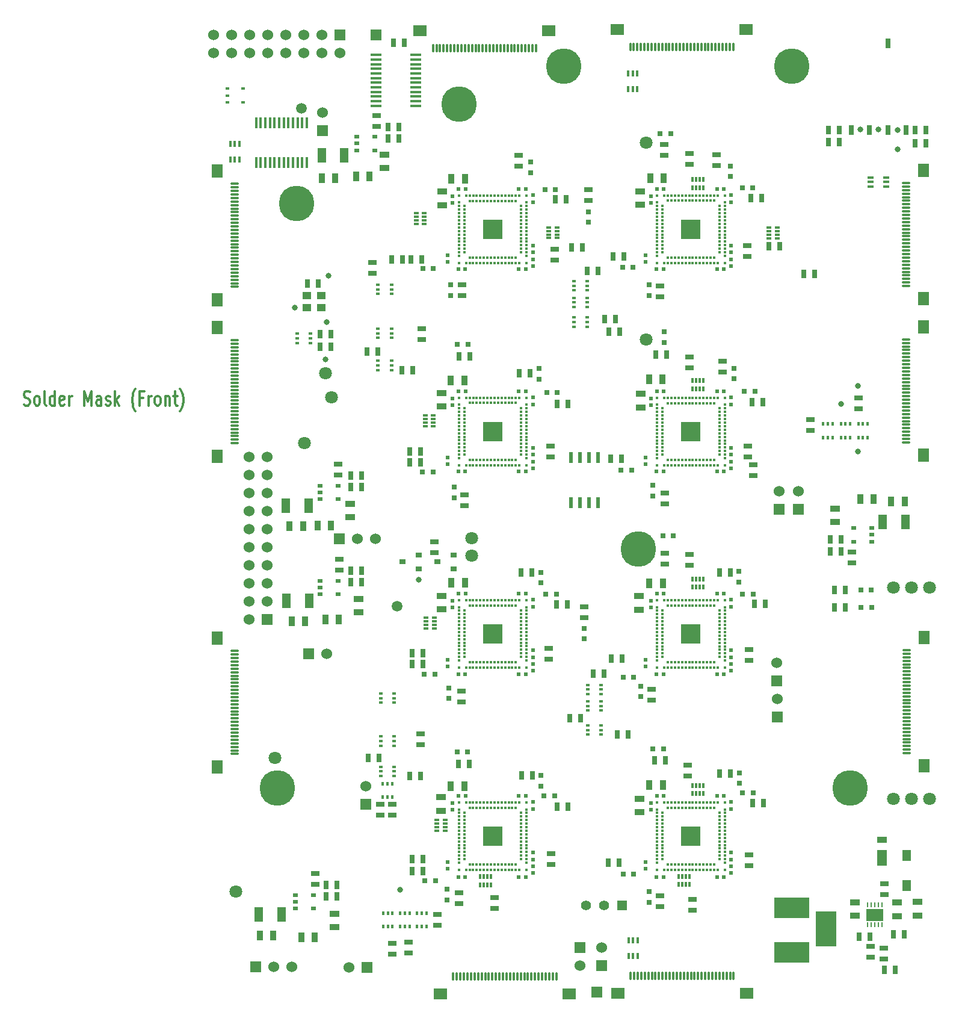
<source format=gts>
G04 (created by PCBNEW-RS274X (2012-01-19 BZR 3256)-stable) date Tue 25 Sep 2012 19:38:28 BST*
G01*
G70*
G90*
%MOIN*%
G04 Gerber Fmt 3.4, Leading zero omitted, Abs format*
%FSLAX34Y34*%
G04 APERTURE LIST*
%ADD10C,0.009800*%
%ADD11C,0.012000*%
%ADD12R,0.055000X0.055000*%
%ADD13C,0.055000*%
%ADD14R,0.063000X0.063000*%
%ADD15R,0.060000X0.060000*%
%ADD16C,0.060000*%
%ADD17R,0.196900X0.118100*%
%ADD18R,0.118100X0.196900*%
%ADD19C,0.059100*%
%ADD20C,0.070900*%
%ADD21C,0.031600*%
%ADD22R,0.025600X0.011800*%
%ADD23R,0.051200X0.043300*%
%ADD24R,0.074800X0.063000*%
%ADD25O,0.011800X0.049200*%
%ADD26R,0.045000X0.025000*%
%ADD27R,0.030000X0.020000*%
%ADD28R,0.025000X0.045000*%
%ADD29R,0.093700X0.065000*%
%ADD30R,0.009800X0.026600*%
%ADD31R,0.055100X0.086600*%
%ADD32R,0.055100X0.035400*%
%ADD33R,0.015700X0.019700*%
%ADD34R,0.019700X0.015700*%
%ADD35R,0.063000X0.074800*%
%ADD36O,0.049200X0.011800*%
%ADD37R,0.011800X0.063000*%
%ADD38R,0.063000X0.011800*%
%ADD39R,0.025600X0.053100*%
%ADD40R,0.037400X0.025600*%
%ADD41R,0.023600X0.015700*%
%ADD42R,0.047200X0.063000*%
%ADD43R,0.047200X0.078700*%
%ADD44R,0.024400X0.024400*%
%ADD45R,0.055000X0.035000*%
%ADD46R,0.035000X0.055000*%
%ADD47C,0.196900*%
%ADD48R,0.031400X0.031400*%
%ADD49R,0.020000X0.059100*%
%ADD50R,0.011800X0.025600*%
%ADD51R,0.013800X0.033500*%
%ADD52R,0.033500X0.013800*%
%ADD53R,0.110200X0.110200*%
%ADD54R,0.011800X0.011800*%
G04 APERTURE END LIST*
G54D10*
G54D11*
X05444Y-31733D02*
X05530Y-31771D01*
X05673Y-31771D01*
X05730Y-31733D01*
X05759Y-31695D01*
X05787Y-31618D01*
X05787Y-31542D01*
X05759Y-31466D01*
X05730Y-31428D01*
X05673Y-31390D01*
X05559Y-31352D01*
X05501Y-31314D01*
X05473Y-31276D01*
X05444Y-31199D01*
X05444Y-31123D01*
X05473Y-31047D01*
X05501Y-31009D01*
X05559Y-30971D01*
X05701Y-30971D01*
X05787Y-31009D01*
X06130Y-31771D02*
X06072Y-31733D01*
X06044Y-31695D01*
X06015Y-31618D01*
X06015Y-31390D01*
X06044Y-31314D01*
X06072Y-31276D01*
X06130Y-31237D01*
X06215Y-31237D01*
X06272Y-31276D01*
X06301Y-31314D01*
X06330Y-31390D01*
X06330Y-31618D01*
X06301Y-31695D01*
X06272Y-31733D01*
X06215Y-31771D01*
X06130Y-31771D01*
X06673Y-31771D02*
X06615Y-31733D01*
X06587Y-31657D01*
X06587Y-30971D01*
X07158Y-31771D02*
X07158Y-30971D01*
X07158Y-31733D02*
X07101Y-31771D01*
X06987Y-31771D01*
X06929Y-31733D01*
X06901Y-31695D01*
X06872Y-31618D01*
X06872Y-31390D01*
X06901Y-31314D01*
X06929Y-31276D01*
X06987Y-31237D01*
X07101Y-31237D01*
X07158Y-31276D01*
X07672Y-31733D02*
X07615Y-31771D01*
X07501Y-31771D01*
X07444Y-31733D01*
X07415Y-31657D01*
X07415Y-31352D01*
X07444Y-31276D01*
X07501Y-31237D01*
X07615Y-31237D01*
X07672Y-31276D01*
X07701Y-31352D01*
X07701Y-31428D01*
X07415Y-31504D01*
X07958Y-31771D02*
X07958Y-31237D01*
X07958Y-31390D02*
X07986Y-31314D01*
X08015Y-31276D01*
X08072Y-31237D01*
X08129Y-31237D01*
X08786Y-31771D02*
X08786Y-30971D01*
X08986Y-31542D01*
X09186Y-30971D01*
X09186Y-31771D01*
X09729Y-31771D02*
X09729Y-31352D01*
X09700Y-31276D01*
X09643Y-31237D01*
X09529Y-31237D01*
X09472Y-31276D01*
X09729Y-31733D02*
X09672Y-31771D01*
X09529Y-31771D01*
X09472Y-31733D01*
X09443Y-31657D01*
X09443Y-31580D01*
X09472Y-31504D01*
X09529Y-31466D01*
X09672Y-31466D01*
X09729Y-31428D01*
X09986Y-31733D02*
X10043Y-31771D01*
X10158Y-31771D01*
X10215Y-31733D01*
X10243Y-31657D01*
X10243Y-31618D01*
X10215Y-31542D01*
X10158Y-31504D01*
X10072Y-31504D01*
X10015Y-31466D01*
X09986Y-31390D01*
X09986Y-31352D01*
X10015Y-31276D01*
X10072Y-31237D01*
X10158Y-31237D01*
X10215Y-31276D01*
X10501Y-31771D02*
X10501Y-30971D01*
X10558Y-31466D02*
X10729Y-31771D01*
X10729Y-31237D02*
X10501Y-31542D01*
X11615Y-32076D02*
X11587Y-32037D01*
X11530Y-31923D01*
X11501Y-31847D01*
X11472Y-31733D01*
X11444Y-31542D01*
X11444Y-31390D01*
X11472Y-31199D01*
X11501Y-31085D01*
X11530Y-31009D01*
X11587Y-30895D01*
X11615Y-30857D01*
X12044Y-31352D02*
X11844Y-31352D01*
X11844Y-31771D02*
X11844Y-30971D01*
X12130Y-30971D01*
X12358Y-31771D02*
X12358Y-31237D01*
X12358Y-31390D02*
X12386Y-31314D01*
X12415Y-31276D01*
X12472Y-31237D01*
X12529Y-31237D01*
X12815Y-31771D02*
X12757Y-31733D01*
X12729Y-31695D01*
X12700Y-31618D01*
X12700Y-31390D01*
X12729Y-31314D01*
X12757Y-31276D01*
X12815Y-31237D01*
X12900Y-31237D01*
X12957Y-31276D01*
X12986Y-31314D01*
X13015Y-31390D01*
X13015Y-31618D01*
X12986Y-31695D01*
X12957Y-31733D01*
X12900Y-31771D01*
X12815Y-31771D01*
X13272Y-31237D02*
X13272Y-31771D01*
X13272Y-31314D02*
X13300Y-31276D01*
X13358Y-31237D01*
X13443Y-31237D01*
X13500Y-31276D01*
X13529Y-31352D01*
X13529Y-31771D01*
X13729Y-31237D02*
X13958Y-31237D01*
X13815Y-30971D02*
X13815Y-31657D01*
X13843Y-31733D01*
X13901Y-31771D01*
X13958Y-31771D01*
X14101Y-32076D02*
X14129Y-32037D01*
X14186Y-31923D01*
X14215Y-31847D01*
X14244Y-31733D01*
X14272Y-31542D01*
X14272Y-31390D01*
X14244Y-31199D01*
X14215Y-31085D01*
X14186Y-31009D01*
X14129Y-30895D01*
X14101Y-30857D01*
G54D12*
X38598Y-59459D03*
G54D13*
X37598Y-59459D03*
X36598Y-59459D03*
G54D14*
X24951Y-11250D03*
G54D15*
X22939Y-11242D03*
G54D16*
X22939Y-12242D03*
X21939Y-11242D03*
X21939Y-12242D03*
X20939Y-11242D03*
X20939Y-12242D03*
X19939Y-11242D03*
X19939Y-12242D03*
X18939Y-11242D03*
X18939Y-12242D03*
X17939Y-11242D03*
X17939Y-12242D03*
X16939Y-11242D03*
X16939Y-12242D03*
X15939Y-12242D03*
X15939Y-11242D03*
G54D17*
X47982Y-62041D03*
X47982Y-59581D03*
G54D18*
X49872Y-60762D03*
G54D19*
X20827Y-15315D03*
X26122Y-42894D03*
G54D20*
X30236Y-40069D03*
G54D21*
X22303Y-24567D03*
G54D22*
X27174Y-21122D03*
X27174Y-21319D03*
X27174Y-21516D03*
X27174Y-21713D03*
X27627Y-21713D03*
X27627Y-21516D03*
X27627Y-21319D03*
X27627Y-21122D03*
G54D23*
X21929Y-25699D03*
X21103Y-25699D03*
X21103Y-26349D03*
X21929Y-26349D03*
G54D15*
X18935Y-43630D03*
G54D16*
X17935Y-43630D03*
X18935Y-42630D03*
X17935Y-42630D03*
X18935Y-41630D03*
X17935Y-41630D03*
X18935Y-40630D03*
X17935Y-40630D03*
X18935Y-39630D03*
X17935Y-39630D03*
X18935Y-38630D03*
X17935Y-38630D03*
X18935Y-37630D03*
X17935Y-37630D03*
X18935Y-36630D03*
X17935Y-36630D03*
X18935Y-35630D03*
X17935Y-35630D03*
X18935Y-34630D03*
X17935Y-34630D03*
G54D24*
X45454Y-10964D03*
X38328Y-10964D03*
G54D25*
X39036Y-11928D03*
X39232Y-11928D03*
X39429Y-11928D03*
X39626Y-11928D03*
X39823Y-11928D03*
X40020Y-11928D03*
X40217Y-11928D03*
X40414Y-11928D03*
X40610Y-11928D03*
X40807Y-11928D03*
X41004Y-11928D03*
X41201Y-11928D03*
X41398Y-11928D03*
X41595Y-11928D03*
X41793Y-11929D03*
X41988Y-11928D03*
X42185Y-11928D03*
X42382Y-11928D03*
X42776Y-11928D03*
X43170Y-11928D03*
X43563Y-11928D03*
X43366Y-11928D03*
X42973Y-11928D03*
X42579Y-11928D03*
X43760Y-11928D03*
X43957Y-11928D03*
X44154Y-11928D03*
X44351Y-11928D03*
X44547Y-11928D03*
X44746Y-11928D03*
G54D24*
X34526Y-11022D03*
X27400Y-11022D03*
G54D25*
X28108Y-11986D03*
X28304Y-11986D03*
X28501Y-11986D03*
X28698Y-11986D03*
X28895Y-11986D03*
X29092Y-11986D03*
X29289Y-11986D03*
X29486Y-11986D03*
X29682Y-11986D03*
X29879Y-11986D03*
X30076Y-11986D03*
X30273Y-11986D03*
X30470Y-11986D03*
X30667Y-11986D03*
X30865Y-11987D03*
X31060Y-11986D03*
X31257Y-11986D03*
X31454Y-11986D03*
X31848Y-11986D03*
X32242Y-11986D03*
X32635Y-11986D03*
X32438Y-11986D03*
X32045Y-11986D03*
X31651Y-11986D03*
X32832Y-11986D03*
X33029Y-11986D03*
X33226Y-11986D03*
X33423Y-11986D03*
X33619Y-11986D03*
X33818Y-11986D03*
G54D26*
X34528Y-45812D03*
X34528Y-45212D03*
X34646Y-57170D03*
X34646Y-56570D03*
X45531Y-23528D03*
X45531Y-22928D03*
X45551Y-34610D03*
X45551Y-34010D03*
G54D27*
X20485Y-58877D03*
X20485Y-59627D03*
X21485Y-58877D03*
X20485Y-59252D03*
X21485Y-59627D03*
G54D26*
X21575Y-58293D03*
X21575Y-57693D03*
G54D28*
X22800Y-58327D03*
X22200Y-58327D03*
G54D27*
X21841Y-36213D03*
X21841Y-36963D03*
X22841Y-36213D03*
X21841Y-36588D03*
X22841Y-36963D03*
G54D26*
X22855Y-35616D03*
X22855Y-35016D03*
G54D28*
X24156Y-35663D03*
X23556Y-35663D03*
X24160Y-40923D03*
X23560Y-40923D03*
G54D26*
X22935Y-40889D03*
X22935Y-40289D03*
G54D27*
X21845Y-41473D03*
X21845Y-42223D03*
X22845Y-41473D03*
X21845Y-41848D03*
X22845Y-42223D03*
X23890Y-16891D03*
X23890Y-17641D03*
X24890Y-16891D03*
X23890Y-17266D03*
X24890Y-17641D03*
X52419Y-39303D03*
X52419Y-38553D03*
X51419Y-39303D03*
X52419Y-38928D03*
X51419Y-38553D03*
G54D29*
X52585Y-59971D03*
G54D30*
X52585Y-60522D03*
X52782Y-60522D03*
X52979Y-60522D03*
X52388Y-60522D03*
X52191Y-60522D03*
X52585Y-59420D03*
X52388Y-59420D03*
X52191Y-59420D03*
X52782Y-59420D03*
X52979Y-59420D03*
G54D31*
X52972Y-56831D03*
G54D32*
X52972Y-55827D03*
G54D28*
X50104Y-39853D03*
X50704Y-39853D03*
G54D26*
X51329Y-39887D03*
X51329Y-40487D03*
X52350Y-62318D03*
X52350Y-61718D03*
G54D28*
X52315Y-61172D03*
X51715Y-61172D03*
G54D26*
X53071Y-61806D03*
X53071Y-62406D03*
G54D28*
X53605Y-61054D03*
X54205Y-61054D03*
G54D26*
X24980Y-16307D03*
X24980Y-15707D03*
G54D28*
X26205Y-16341D03*
X25605Y-16341D03*
G54D26*
X34862Y-23725D03*
X34862Y-23125D03*
G54D33*
X27481Y-59882D03*
X27737Y-59882D03*
X27225Y-59882D03*
X27225Y-60630D03*
X27481Y-60630D03*
X27737Y-60630D03*
X26556Y-59882D03*
X26812Y-59882D03*
X26300Y-59882D03*
X26300Y-60630D03*
X26556Y-60630D03*
X26812Y-60630D03*
X25611Y-59882D03*
X25867Y-59882D03*
X25355Y-59882D03*
X25355Y-60630D03*
X25611Y-60630D03*
X25867Y-60630D03*
G54D26*
X45630Y-57249D03*
X45630Y-56649D03*
X45610Y-45891D03*
X45610Y-45291D03*
X34626Y-34610D03*
X34626Y-34010D03*
G54D34*
X35904Y-25137D03*
X35904Y-24881D03*
X35904Y-25393D03*
X36652Y-25393D03*
X36652Y-25137D03*
X36652Y-24881D03*
X25059Y-25335D03*
X25059Y-25079D03*
X25059Y-25591D03*
X25807Y-25591D03*
X25807Y-25335D03*
X25807Y-25079D03*
X35904Y-26063D03*
X35904Y-25807D03*
X35904Y-26319D03*
X36652Y-26319D03*
X36652Y-26063D03*
X36652Y-25807D03*
X25059Y-27776D03*
X25059Y-27520D03*
X25059Y-28032D03*
X25807Y-28032D03*
X25807Y-27776D03*
X25807Y-27520D03*
G54D24*
X28524Y-64351D03*
X35650Y-64351D03*
G54D25*
X34942Y-63387D03*
X34746Y-63387D03*
X34549Y-63387D03*
X34352Y-63387D03*
X34155Y-63387D03*
X33958Y-63387D03*
X33761Y-63387D03*
X33564Y-63387D03*
X33368Y-63387D03*
X33171Y-63387D03*
X32974Y-63387D03*
X32777Y-63387D03*
X32580Y-63387D03*
X32383Y-63387D03*
X32185Y-63386D03*
X31990Y-63387D03*
X31793Y-63387D03*
X31596Y-63387D03*
X31202Y-63387D03*
X30808Y-63387D03*
X30415Y-63387D03*
X30612Y-63387D03*
X31005Y-63387D03*
X31399Y-63387D03*
X30218Y-63387D03*
X30021Y-63387D03*
X29824Y-63387D03*
X29627Y-63387D03*
X29431Y-63387D03*
X29232Y-63387D03*
G54D24*
X38347Y-64312D03*
X45473Y-64312D03*
G54D25*
X44765Y-63348D03*
X44569Y-63348D03*
X44372Y-63348D03*
X44175Y-63348D03*
X43978Y-63348D03*
X43781Y-63348D03*
X43584Y-63348D03*
X43387Y-63348D03*
X43191Y-63348D03*
X42994Y-63348D03*
X42797Y-63348D03*
X42600Y-63348D03*
X42403Y-63348D03*
X42206Y-63348D03*
X42008Y-63347D03*
X41813Y-63348D03*
X41616Y-63348D03*
X41419Y-63348D03*
X41025Y-63348D03*
X40631Y-63348D03*
X40238Y-63348D03*
X40435Y-63348D03*
X40828Y-63348D03*
X41222Y-63348D03*
X40041Y-63348D03*
X39844Y-63348D03*
X39647Y-63348D03*
X39450Y-63348D03*
X39254Y-63348D03*
X39055Y-63348D03*
G54D35*
X55294Y-25865D03*
X55294Y-18739D03*
G54D36*
X54330Y-19447D03*
X54330Y-19643D03*
X54330Y-19840D03*
X54330Y-20037D03*
X54330Y-20234D03*
X54330Y-20431D03*
X54330Y-20628D03*
X54330Y-20825D03*
X54330Y-21021D03*
X54330Y-21218D03*
X54330Y-21415D03*
X54330Y-21612D03*
X54330Y-21809D03*
X54330Y-22006D03*
X54329Y-22204D03*
X54330Y-22399D03*
X54330Y-22596D03*
X54330Y-22793D03*
X54330Y-23187D03*
X54330Y-23581D03*
X54330Y-23974D03*
X54330Y-23777D03*
X54330Y-23384D03*
X54330Y-22990D03*
X54330Y-24171D03*
X54330Y-24368D03*
X54330Y-24565D03*
X54330Y-24762D03*
X54330Y-24958D03*
X54330Y-25157D03*
G54D35*
X55296Y-34527D03*
X55296Y-27401D03*
G54D36*
X54332Y-28109D03*
X54332Y-28305D03*
X54332Y-28502D03*
X54332Y-28699D03*
X54332Y-28896D03*
X54332Y-29093D03*
X54332Y-29290D03*
X54332Y-29487D03*
X54332Y-29683D03*
X54332Y-29880D03*
X54332Y-30077D03*
X54332Y-30274D03*
X54332Y-30471D03*
X54332Y-30668D03*
X54331Y-30866D03*
X54332Y-31061D03*
X54332Y-31258D03*
X54332Y-31455D03*
X54332Y-31849D03*
X54332Y-32243D03*
X54332Y-32636D03*
X54332Y-32439D03*
X54332Y-32046D03*
X54332Y-31652D03*
X54332Y-32833D03*
X54332Y-33030D03*
X54332Y-33227D03*
X54332Y-33424D03*
X54332Y-33620D03*
X54332Y-33819D03*
G54D35*
X55316Y-51732D03*
X55316Y-44606D03*
G54D36*
X54352Y-45314D03*
X54352Y-45510D03*
X54352Y-45707D03*
X54352Y-45904D03*
X54352Y-46101D03*
X54352Y-46298D03*
X54352Y-46495D03*
X54352Y-46692D03*
X54352Y-46888D03*
X54352Y-47085D03*
X54352Y-47282D03*
X54352Y-47479D03*
X54352Y-47676D03*
X54352Y-47873D03*
X54351Y-48071D03*
X54352Y-48266D03*
X54352Y-48463D03*
X54352Y-48660D03*
X54352Y-49054D03*
X54352Y-49448D03*
X54352Y-49841D03*
X54352Y-49644D03*
X54352Y-49251D03*
X54352Y-48857D03*
X54352Y-50038D03*
X54352Y-50235D03*
X54352Y-50432D03*
X54352Y-50629D03*
X54352Y-50825D03*
X54352Y-51024D03*
G54D35*
X16161Y-44646D03*
X16161Y-51772D03*
G54D36*
X17125Y-51064D03*
X17125Y-50868D03*
X17125Y-50671D03*
X17125Y-50474D03*
X17125Y-50277D03*
X17125Y-50080D03*
X17125Y-49883D03*
X17125Y-49686D03*
X17125Y-49490D03*
X17125Y-49293D03*
X17125Y-49096D03*
X17125Y-48899D03*
X17125Y-48702D03*
X17125Y-48505D03*
X17126Y-48307D03*
X17125Y-48112D03*
X17125Y-47915D03*
X17125Y-47718D03*
X17125Y-47324D03*
X17125Y-46930D03*
X17125Y-46537D03*
X17125Y-46734D03*
X17125Y-47127D03*
X17125Y-47521D03*
X17125Y-46340D03*
X17125Y-46143D03*
X17125Y-45946D03*
X17125Y-45749D03*
X17125Y-45553D03*
X17125Y-45354D03*
G54D35*
X16161Y-27441D03*
X16161Y-34567D03*
G54D36*
X17125Y-33859D03*
X17125Y-33663D03*
X17125Y-33466D03*
X17125Y-33269D03*
X17125Y-33072D03*
X17125Y-32875D03*
X17125Y-32678D03*
X17125Y-32481D03*
X17125Y-32285D03*
X17125Y-32088D03*
X17125Y-31891D03*
X17125Y-31694D03*
X17125Y-31497D03*
X17125Y-31300D03*
X17126Y-31102D03*
X17125Y-30907D03*
X17125Y-30710D03*
X17125Y-30513D03*
X17125Y-30119D03*
X17125Y-29725D03*
X17125Y-29332D03*
X17125Y-29529D03*
X17125Y-29922D03*
X17125Y-30316D03*
X17125Y-29135D03*
X17125Y-28938D03*
X17125Y-28741D03*
X17125Y-28544D03*
X17125Y-28348D03*
X17125Y-28149D03*
G54D35*
X16160Y-18780D03*
X16160Y-25906D03*
G54D36*
X17124Y-25198D03*
X17124Y-25002D03*
X17124Y-24805D03*
X17124Y-24608D03*
X17124Y-24411D03*
X17124Y-24214D03*
X17124Y-24017D03*
X17124Y-23820D03*
X17124Y-23624D03*
X17124Y-23427D03*
X17124Y-23230D03*
X17124Y-23033D03*
X17124Y-22836D03*
X17124Y-22639D03*
X17125Y-22441D03*
X17124Y-22246D03*
X17124Y-22049D03*
X17124Y-21852D03*
X17124Y-21458D03*
X17124Y-21064D03*
X17124Y-20671D03*
X17124Y-20868D03*
X17124Y-21261D03*
X17124Y-21655D03*
X17124Y-20474D03*
X17124Y-20277D03*
X17124Y-20080D03*
X17124Y-19883D03*
X17124Y-19687D03*
X17124Y-19488D03*
G54D37*
X20610Y-18307D03*
X20866Y-18307D03*
X21122Y-18307D03*
X20354Y-18307D03*
X20098Y-18307D03*
X19842Y-18307D03*
X18307Y-18307D03*
X18563Y-18307D03*
X18819Y-18307D03*
X19587Y-18307D03*
X19331Y-18307D03*
X19075Y-18307D03*
X19075Y-16103D03*
X19331Y-16103D03*
X19587Y-16103D03*
X18819Y-16103D03*
X18563Y-16103D03*
X18307Y-16103D03*
X19842Y-16103D03*
X20098Y-16103D03*
X20354Y-16103D03*
X21122Y-16103D03*
X20866Y-16103D03*
X20610Y-16103D03*
G54D38*
X27165Y-12874D03*
X27165Y-12618D03*
X27165Y-12362D03*
X27165Y-13130D03*
X27165Y-13386D03*
X27165Y-13642D03*
X27165Y-15177D03*
X27165Y-14921D03*
X27165Y-14665D03*
X27165Y-13897D03*
X27165Y-14153D03*
X27165Y-14409D03*
X24961Y-14409D03*
X24961Y-14153D03*
X24961Y-13897D03*
X24961Y-14665D03*
X24961Y-14921D03*
X24961Y-15177D03*
X24961Y-13642D03*
X24961Y-13386D03*
X24961Y-13130D03*
X24961Y-12362D03*
X24961Y-12618D03*
X24961Y-12874D03*
G54D39*
X53306Y-16516D03*
X54310Y-16516D03*
X52302Y-16516D03*
X51298Y-16516D03*
X53307Y-11713D03*
G54D40*
X29252Y-40806D03*
X29252Y-40058D03*
X28346Y-40432D03*
X27323Y-40806D03*
X27323Y-40058D03*
X26417Y-40432D03*
G54D26*
X28169Y-39306D03*
X28169Y-39906D03*
X26752Y-61472D03*
X26752Y-62072D03*
G54D34*
X35905Y-27145D03*
X35905Y-26889D03*
X35905Y-27401D03*
X36653Y-27401D03*
X36653Y-27145D03*
X36653Y-26889D03*
G54D41*
X16713Y-14606D03*
X16713Y-14232D03*
X16713Y-14980D03*
X17579Y-14980D03*
X17579Y-14232D03*
G54D26*
X24764Y-24454D03*
X24764Y-23854D03*
G54D28*
X54818Y-16516D03*
X55418Y-16516D03*
X54818Y-17244D03*
X55418Y-17244D03*
X50635Y-17185D03*
X50035Y-17185D03*
X50635Y-16516D03*
X50035Y-16516D03*
G54D34*
X36673Y-47500D03*
X36673Y-47244D03*
X36673Y-47756D03*
X37421Y-47756D03*
X37421Y-47500D03*
X37421Y-47244D03*
X36673Y-48406D03*
X36673Y-48150D03*
X36673Y-48662D03*
X37421Y-48662D03*
X37421Y-48406D03*
X37421Y-48150D03*
X25217Y-47972D03*
X25217Y-47716D03*
X25217Y-48228D03*
X25965Y-48228D03*
X25965Y-47972D03*
X25965Y-47716D03*
X25217Y-50354D03*
X25217Y-50098D03*
X25217Y-50610D03*
X25965Y-50610D03*
X25965Y-50354D03*
X25965Y-50098D03*
G54D33*
X50965Y-33543D03*
X50709Y-33543D03*
X51221Y-33543D03*
X51221Y-32795D03*
X50965Y-32795D03*
X50709Y-32795D03*
X51929Y-33543D03*
X51673Y-33543D03*
X52185Y-33543D03*
X52185Y-32795D03*
X51929Y-32795D03*
X51673Y-32795D03*
G54D34*
X20581Y-28051D03*
X20581Y-27795D03*
X20581Y-28307D03*
X21329Y-28307D03*
X21329Y-28051D03*
X21329Y-27795D03*
X36673Y-49744D03*
X36673Y-49488D03*
X36673Y-50000D03*
X37421Y-50000D03*
X37421Y-49744D03*
X37421Y-49488D03*
X25217Y-52028D03*
X25217Y-51772D03*
X25217Y-52284D03*
X25965Y-52284D03*
X25965Y-52028D03*
X25965Y-51772D03*
G54D33*
X49980Y-33543D03*
X49724Y-33543D03*
X50236Y-33543D03*
X50236Y-32795D03*
X49980Y-32795D03*
X49724Y-32795D03*
G54D42*
X54350Y-56671D03*
X54350Y-58345D03*
G54D43*
X54291Y-38205D03*
X53031Y-38205D03*
X18457Y-59960D03*
X19717Y-59960D03*
X19990Y-42578D03*
X21250Y-42578D03*
X19957Y-37322D03*
X21217Y-37322D03*
X21941Y-17925D03*
X23201Y-17925D03*
G54D26*
X53110Y-58863D03*
X53110Y-58263D03*
G54D28*
X21767Y-25010D03*
X21167Y-25010D03*
X26206Y-16969D03*
X25606Y-16969D03*
X53106Y-63012D03*
X53706Y-63012D03*
X50113Y-39173D03*
X50713Y-39173D03*
X24158Y-41555D03*
X23558Y-41555D03*
X24158Y-36299D03*
X23558Y-36299D03*
X22800Y-58957D03*
X22200Y-58957D03*
X37249Y-24331D03*
X36649Y-24331D03*
G54D26*
X27421Y-49936D03*
X27421Y-50536D03*
X27480Y-28115D03*
X27480Y-27515D03*
G54D28*
X37583Y-46614D03*
X36983Y-46614D03*
G54D26*
X42224Y-51669D03*
X42224Y-52269D03*
X42303Y-40015D03*
X42303Y-40615D03*
X42500Y-59129D03*
X42500Y-59729D03*
X25866Y-62150D03*
X25866Y-61550D03*
X51673Y-31354D03*
X51673Y-31954D03*
X31535Y-59011D03*
X31535Y-59611D03*
G54D28*
X24503Y-51280D03*
X25103Y-51280D03*
X27426Y-52283D03*
X26826Y-52283D03*
X38922Y-50000D03*
X38322Y-50000D03*
X35684Y-49075D03*
X36284Y-49075D03*
X27564Y-45472D03*
X26964Y-45472D03*
X27544Y-56870D03*
X26944Y-56870D03*
X38450Y-27697D03*
X37850Y-27697D03*
X38233Y-26969D03*
X37633Y-26969D03*
X26973Y-29803D03*
X26373Y-29803D03*
X24464Y-28799D03*
X25064Y-28799D03*
X36402Y-23012D03*
X35802Y-23012D03*
X27426Y-34311D03*
X26826Y-34311D03*
G54D26*
X42303Y-17830D03*
X42303Y-18430D03*
X42303Y-29070D03*
X42303Y-29670D03*
G54D28*
X47308Y-22953D03*
X46708Y-22953D03*
X48657Y-24488D03*
X49257Y-24488D03*
X26422Y-23681D03*
X25822Y-23681D03*
X38686Y-23524D03*
X38086Y-23524D03*
G54D26*
X40669Y-25153D03*
X40669Y-25753D03*
X43819Y-18469D03*
X43819Y-17869D03*
G54D28*
X45724Y-20295D03*
X46324Y-20295D03*
X38568Y-34724D03*
X37968Y-34724D03*
G54D26*
X40945Y-36629D03*
X40945Y-37229D03*
X44154Y-29926D03*
X44154Y-29326D03*
G54D28*
X45783Y-31575D03*
X46383Y-31575D03*
X27564Y-46083D03*
X26964Y-46083D03*
G54D26*
X29685Y-47574D03*
X29685Y-48174D03*
G54D28*
X32987Y-41004D03*
X33587Y-41004D03*
X34956Y-42776D03*
X35556Y-42776D03*
X27544Y-57539D03*
X26944Y-57539D03*
G54D26*
X29547Y-58735D03*
X29547Y-59335D03*
G54D28*
X33007Y-52244D03*
X33607Y-52244D03*
X34995Y-53996D03*
X35595Y-53996D03*
X38587Y-45768D03*
X37987Y-45768D03*
G54D26*
X40217Y-47495D03*
X40217Y-48095D03*
G54D28*
X43972Y-41024D03*
X44572Y-41024D03*
X45920Y-42756D03*
X46520Y-42756D03*
X38410Y-57087D03*
X37810Y-57087D03*
G54D26*
X40689Y-58932D03*
X40689Y-59532D03*
G54D28*
X43972Y-52146D03*
X44572Y-52146D03*
X45822Y-53799D03*
X46422Y-53799D03*
X27485Y-23681D03*
X26885Y-23681D03*
G54D26*
X29705Y-25074D03*
X29705Y-25674D03*
X32854Y-18509D03*
X32854Y-17909D03*
G54D28*
X34877Y-20354D03*
X35477Y-20354D03*
X27426Y-34902D03*
X26826Y-34902D03*
G54D26*
X29843Y-36728D03*
X29843Y-37328D03*
G54D28*
X32889Y-30000D03*
X33489Y-30000D03*
X34976Y-31673D03*
X35576Y-31673D03*
G54D44*
X33642Y-22921D03*
X33642Y-23299D03*
X29193Y-20563D03*
X29193Y-20185D03*
X28917Y-23453D03*
X28917Y-23831D03*
X33642Y-20504D03*
X33642Y-20126D03*
X33642Y-23669D03*
X33642Y-24047D03*
X29913Y-19783D03*
X29535Y-19783D03*
X32862Y-24232D03*
X33240Y-24232D03*
X29894Y-24232D03*
X29516Y-24232D03*
X32862Y-19783D03*
X33240Y-19783D03*
X43846Y-30984D03*
X44224Y-30984D03*
X40878Y-35433D03*
X40500Y-35433D03*
X43846Y-35433D03*
X44224Y-35433D03*
X40898Y-30984D03*
X40520Y-30984D03*
X44626Y-34870D03*
X44626Y-35248D03*
X44626Y-31705D03*
X44626Y-31327D03*
X39902Y-34654D03*
X39902Y-35032D03*
X40177Y-31764D03*
X40177Y-31386D03*
X44626Y-34122D03*
X44626Y-34500D03*
X44626Y-22921D03*
X44626Y-23299D03*
X40177Y-20563D03*
X40177Y-20185D03*
X39902Y-23453D03*
X39902Y-23831D03*
X44626Y-20504D03*
X44626Y-20126D03*
X44626Y-23669D03*
X44626Y-24047D03*
X40898Y-19783D03*
X40520Y-19783D03*
X43846Y-24232D03*
X44224Y-24232D03*
X40878Y-24232D03*
X40500Y-24232D03*
X43846Y-19783D03*
X44224Y-19783D03*
X32862Y-30984D03*
X33240Y-30984D03*
X29894Y-35433D03*
X29516Y-35433D03*
X32862Y-35433D03*
X33240Y-35433D03*
X29913Y-30984D03*
X29535Y-30984D03*
X33642Y-34870D03*
X33642Y-35248D03*
X33642Y-31705D03*
X33642Y-31327D03*
X28917Y-34654D03*
X28917Y-35032D03*
X29193Y-31764D03*
X29193Y-31386D03*
X33642Y-34122D03*
X33642Y-34500D03*
X33642Y-56524D03*
X33642Y-56902D03*
X29193Y-54165D03*
X29193Y-53787D03*
X28917Y-57055D03*
X28917Y-57433D03*
X33642Y-54106D03*
X33642Y-53728D03*
X33642Y-57272D03*
X33642Y-57650D03*
X29913Y-53386D03*
X29535Y-53386D03*
X32862Y-57894D03*
X33240Y-57894D03*
X29894Y-57894D03*
X29516Y-57894D03*
X32862Y-53386D03*
X33240Y-53386D03*
X43846Y-53386D03*
X44224Y-53386D03*
X40878Y-57894D03*
X40500Y-57894D03*
X43846Y-57894D03*
X44224Y-57894D03*
X40898Y-53386D03*
X40520Y-53386D03*
X44626Y-57272D03*
X44626Y-57650D03*
X44626Y-54106D03*
X44626Y-53728D03*
X39902Y-57055D03*
X39902Y-57433D03*
X40177Y-54165D03*
X40177Y-53787D03*
X44626Y-56524D03*
X44626Y-56902D03*
X44626Y-45323D03*
X44626Y-45701D03*
X40177Y-42965D03*
X40177Y-42587D03*
X39902Y-45854D03*
X39902Y-46232D03*
X44626Y-42906D03*
X44626Y-42528D03*
X44626Y-46071D03*
X44626Y-46449D03*
X40898Y-42185D03*
X40520Y-42185D03*
X43846Y-46634D03*
X44224Y-46634D03*
X40878Y-46634D03*
X40500Y-46634D03*
X43846Y-42185D03*
X44224Y-42185D03*
X32862Y-42185D03*
X33240Y-42185D03*
X29894Y-46634D03*
X29516Y-46634D03*
X32862Y-46634D03*
X33240Y-46634D03*
X29913Y-42185D03*
X29535Y-42185D03*
X33642Y-46071D03*
X33642Y-46449D03*
X33642Y-42906D03*
X33642Y-42528D03*
X28917Y-45854D03*
X28917Y-46232D03*
X29193Y-42965D03*
X29193Y-42587D03*
X33642Y-45323D03*
X33642Y-45701D03*
G54D45*
X28622Y-20670D03*
X28622Y-19920D03*
G54D46*
X29883Y-19213D03*
X29133Y-19213D03*
G54D45*
X28602Y-31832D03*
X28602Y-31082D03*
G54D46*
X29844Y-30394D03*
X29094Y-30394D03*
X23838Y-19094D03*
X24588Y-19094D03*
G54D45*
X39587Y-20651D03*
X39587Y-19901D03*
G54D46*
X40887Y-19193D03*
X40137Y-19193D03*
G54D45*
X39626Y-31871D03*
X39626Y-31121D03*
G54D46*
X40828Y-30315D03*
X40078Y-30315D03*
X21712Y-38425D03*
X22462Y-38425D03*
G54D45*
X23504Y-37204D03*
X23504Y-37954D03*
X28583Y-43052D03*
X28583Y-42302D03*
G54D46*
X29883Y-41594D03*
X29133Y-41594D03*
G54D45*
X28543Y-54214D03*
X28543Y-53464D03*
G54D46*
X29844Y-52835D03*
X29094Y-52835D03*
X22145Y-43622D03*
X22895Y-43622D03*
G54D45*
X23976Y-42479D03*
X23976Y-43229D03*
X39528Y-43072D03*
X39528Y-42322D03*
G54D46*
X40847Y-41614D03*
X40097Y-41614D03*
G54D45*
X39567Y-54292D03*
X39567Y-53542D03*
G54D46*
X40847Y-52795D03*
X40097Y-52795D03*
X20806Y-61220D03*
X21556Y-61220D03*
G54D45*
X22638Y-59901D03*
X22638Y-60651D03*
X50374Y-38229D03*
X50374Y-37479D03*
X25433Y-17873D03*
X25433Y-18623D03*
X54941Y-59251D03*
X54941Y-60001D03*
X53819Y-59290D03*
X53819Y-60040D03*
X51496Y-59271D03*
X51496Y-60021D03*
G54D21*
X26289Y-58593D03*
X27323Y-41427D03*
X53868Y-16516D03*
X53868Y-17579D03*
X52795Y-16496D03*
X51791Y-16496D03*
X22224Y-27136D03*
X51663Y-34311D03*
X51663Y-30679D03*
X50709Y-31673D03*
G54D26*
X49006Y-32544D03*
X49006Y-33144D03*
X28346Y-60566D03*
X28346Y-59966D03*
G54D28*
X22465Y-27815D03*
X21865Y-27815D03*
X21865Y-28514D03*
X22465Y-28514D03*
G54D21*
X22146Y-29203D03*
G54D47*
X19469Y-52953D03*
X51220Y-52953D03*
X39469Y-39715D03*
X20543Y-20567D03*
X47972Y-12992D03*
G54D21*
X20443Y-26348D03*
G54D48*
X33524Y-18289D03*
X33524Y-18879D03*
X35000Y-31043D03*
X34410Y-31043D03*
X33976Y-29724D03*
X33976Y-30314D03*
X34901Y-19824D03*
X34311Y-19824D03*
X27540Y-24194D03*
X28130Y-24194D03*
X29094Y-25670D03*
X29094Y-25080D03*
X45826Y-19705D03*
X45236Y-19705D03*
X44587Y-18505D03*
X44587Y-19095D03*
X38603Y-24115D03*
X39193Y-24115D03*
X40079Y-25670D03*
X40079Y-25080D03*
X27520Y-35452D03*
X28110Y-35452D03*
X29272Y-36889D03*
X29272Y-36299D03*
X45945Y-30984D03*
X45355Y-30984D03*
X44783Y-29704D03*
X44783Y-30294D03*
X38524Y-35334D03*
X39114Y-35334D03*
X40295Y-36771D03*
X40295Y-36181D03*
X28996Y-47992D03*
X28996Y-47402D03*
X27618Y-46653D03*
X28208Y-46653D03*
X34094Y-41004D03*
X34094Y-41594D03*
X34941Y-42204D03*
X34351Y-42204D03*
X39606Y-47893D03*
X39606Y-47303D03*
X38642Y-46811D03*
X39232Y-46811D03*
X45039Y-40965D03*
X45039Y-41555D03*
X45846Y-42205D03*
X45256Y-42205D03*
X45846Y-53209D03*
X45256Y-53209D03*
X45089Y-52107D03*
X45089Y-52697D03*
X38642Y-57716D03*
X39232Y-57716D03*
X40098Y-59271D03*
X40098Y-58681D03*
X34842Y-53386D03*
X34252Y-53386D03*
X34075Y-52264D03*
X34075Y-52854D03*
X28898Y-59153D03*
X28898Y-58563D03*
X27658Y-58091D03*
X28248Y-58091D03*
G54D46*
X52521Y-36959D03*
X51771Y-36959D03*
G54D49*
X35750Y-34650D03*
X36250Y-34650D03*
X36750Y-34650D03*
X37250Y-34650D03*
X37250Y-37150D03*
X36750Y-37150D03*
X36250Y-37150D03*
X35750Y-37150D03*
G54D50*
X42500Y-19706D03*
X42697Y-19706D03*
X42894Y-19706D03*
X43091Y-19706D03*
X43091Y-19253D03*
X42894Y-19253D03*
X42697Y-19253D03*
X42500Y-19253D03*
G54D22*
X28132Y-32913D03*
X28132Y-32716D03*
X28132Y-32519D03*
X28132Y-32322D03*
X27679Y-32322D03*
X27679Y-32519D03*
X27679Y-32716D03*
X27679Y-32913D03*
G54D50*
X42500Y-30838D03*
X42697Y-30838D03*
X42894Y-30838D03*
X43091Y-30838D03*
X43091Y-30385D03*
X42894Y-30385D03*
X42697Y-30385D03*
X42500Y-30385D03*
G54D22*
X34972Y-22500D03*
X34972Y-22303D03*
X34972Y-22106D03*
X34972Y-21909D03*
X34519Y-21909D03*
X34519Y-22106D03*
X34519Y-22303D03*
X34519Y-22500D03*
X46721Y-21910D03*
X46721Y-22107D03*
X46721Y-22304D03*
X46721Y-22501D03*
X47174Y-22501D03*
X47174Y-22304D03*
X47174Y-22107D03*
X47174Y-21910D03*
X28181Y-44114D03*
X28181Y-43917D03*
X28181Y-43720D03*
X28181Y-43523D03*
X27728Y-43523D03*
X27728Y-43720D03*
X27728Y-43917D03*
X27728Y-44114D03*
G54D50*
X42500Y-41822D03*
X42697Y-41822D03*
X42894Y-41822D03*
X43091Y-41822D03*
X43091Y-41369D03*
X42894Y-41369D03*
X42697Y-41369D03*
X42500Y-41369D03*
X42500Y-53259D03*
X42697Y-53259D03*
X42894Y-53259D03*
X43091Y-53259D03*
X43091Y-52806D03*
X42894Y-52806D03*
X42697Y-52806D03*
X42500Y-52806D03*
X41713Y-58299D03*
X41910Y-58299D03*
X42107Y-58299D03*
X42304Y-58299D03*
X42304Y-57846D03*
X42107Y-57846D03*
X41910Y-57846D03*
X41713Y-57846D03*
X30729Y-58319D03*
X30926Y-58319D03*
X31123Y-58319D03*
X31320Y-58319D03*
X31320Y-57866D03*
X31123Y-57866D03*
X30926Y-57866D03*
X30729Y-57866D03*
G54D22*
X28771Y-55315D03*
X28771Y-55118D03*
X28771Y-54921D03*
X28771Y-54724D03*
X28318Y-54724D03*
X28318Y-54921D03*
X28318Y-55118D03*
X28318Y-55315D03*
G54D48*
X51821Y-42963D03*
X52411Y-42963D03*
X51811Y-41998D03*
X52401Y-41998D03*
G54D47*
X35345Y-12992D03*
G54D46*
X54241Y-37087D03*
X53491Y-37087D03*
X21034Y-43701D03*
X20284Y-43701D03*
X19265Y-61114D03*
X18515Y-61114D03*
X21936Y-19185D03*
X22686Y-19185D03*
X20914Y-38445D03*
X20164Y-38445D03*
G54D26*
X45846Y-35054D03*
X45846Y-35654D03*
G54D15*
X48337Y-37528D03*
G54D16*
X48337Y-36528D03*
G54D15*
X18291Y-62854D03*
G54D16*
X19291Y-62854D03*
X20291Y-62854D03*
G54D15*
X22917Y-39134D03*
G54D16*
X23917Y-39134D03*
X24917Y-39134D03*
G54D15*
X21222Y-45522D03*
G54D16*
X22222Y-45522D03*
G54D15*
X21998Y-16563D03*
G54D16*
X21998Y-15563D03*
G54D15*
X47165Y-47008D03*
G54D16*
X47165Y-46008D03*
G54D15*
X47169Y-49008D03*
G54D16*
X47169Y-48008D03*
G54D20*
X30246Y-39104D03*
X22156Y-29990D03*
X22470Y-31329D03*
X39931Y-17205D03*
X39911Y-28110D03*
X20974Y-33858D03*
X17200Y-58700D03*
X19350Y-51289D03*
G54D28*
X50340Y-42963D03*
X50940Y-42963D03*
X50350Y-41998D03*
X50950Y-41998D03*
G54D20*
X54630Y-41854D03*
X55630Y-41850D03*
X53622Y-41850D03*
X53622Y-53543D03*
X54634Y-53543D03*
X55630Y-53543D03*
G54D51*
X39193Y-62264D03*
X39449Y-62264D03*
X38937Y-62264D03*
X39193Y-61398D03*
X38937Y-61398D03*
X39449Y-61398D03*
G54D52*
X53228Y-19390D03*
X53228Y-19134D03*
X53228Y-19646D03*
X52362Y-19390D03*
X52362Y-19646D03*
X52362Y-19134D03*
G54D51*
X39173Y-13386D03*
X38917Y-13386D03*
X39429Y-13386D03*
X39173Y-14252D03*
X39429Y-14252D03*
X38917Y-14252D03*
X17126Y-18150D03*
X17382Y-18150D03*
X16870Y-18150D03*
X17126Y-17284D03*
X16870Y-17284D03*
X17382Y-17284D03*
G54D34*
X25059Y-29547D03*
X25059Y-29291D03*
X25059Y-29803D03*
X25807Y-29803D03*
X25807Y-29547D03*
X25807Y-29291D03*
G54D47*
X29547Y-15089D03*
G54D48*
X40886Y-50797D03*
X40296Y-50797D03*
G54D28*
X40999Y-51427D03*
X40399Y-51427D03*
G54D48*
X30029Y-50935D03*
X29439Y-50935D03*
X36476Y-44105D03*
X36476Y-44695D03*
X41427Y-38986D03*
X40837Y-38986D03*
X30049Y-28396D03*
X29459Y-28396D03*
X36722Y-21034D03*
X36722Y-21624D03*
X41279Y-16703D03*
X40689Y-16703D03*
X40906Y-28267D03*
X40906Y-27677D03*
G54D28*
X30123Y-51624D03*
X29523Y-51624D03*
G54D26*
X36476Y-42909D03*
X36476Y-43509D03*
X40955Y-40546D03*
X40955Y-39946D03*
G54D28*
X30143Y-29055D03*
X29543Y-29055D03*
G54D26*
X36732Y-19818D03*
X36732Y-20418D03*
X40906Y-17908D03*
X40906Y-17308D03*
G54D28*
X41038Y-28957D03*
X40438Y-28957D03*
G54D26*
X25839Y-54450D03*
X25839Y-53850D03*
X25181Y-54446D03*
X25181Y-53846D03*
G54D33*
X25587Y-52709D03*
X25843Y-52709D03*
X25331Y-52709D03*
X25331Y-53457D03*
X25587Y-53457D03*
X25843Y-53457D03*
G54D15*
X36252Y-61783D03*
G54D16*
X36252Y-62783D03*
G54D15*
X24437Y-62874D03*
G54D16*
X23437Y-62874D03*
G54D15*
X37449Y-62783D03*
G54D16*
X37449Y-61783D03*
G54D15*
X24380Y-53846D03*
G54D16*
X24380Y-52846D03*
G54D15*
X37197Y-64244D03*
G54D53*
X31418Y-22009D03*
G54D54*
X33288Y-23879D03*
X29548Y-23879D03*
X33288Y-20139D03*
X29548Y-20139D03*
X29942Y-20139D03*
X30139Y-20139D03*
X30336Y-20139D03*
X30533Y-20139D03*
X30729Y-20139D03*
X30926Y-20139D03*
X31123Y-20139D03*
X31320Y-20139D03*
X31507Y-20139D03*
X31714Y-20139D03*
X31911Y-20139D03*
X32108Y-20139D03*
X32304Y-20139D03*
X32501Y-20139D03*
X32698Y-20139D03*
X32894Y-20139D03*
X30138Y-20434D03*
X30335Y-20434D03*
X30532Y-20434D03*
X30729Y-20434D03*
X30926Y-20434D03*
X31123Y-20434D03*
X31320Y-20434D03*
X31516Y-20434D03*
X31713Y-20434D03*
X31910Y-20434D03*
X32107Y-20434D03*
X32304Y-20434D03*
X32501Y-20434D03*
X32698Y-20434D03*
X29548Y-20533D03*
X29548Y-20729D03*
X29548Y-20926D03*
X29548Y-21123D03*
X29548Y-21320D03*
X29548Y-21517D03*
X29548Y-21911D03*
X29548Y-22108D03*
X29548Y-22304D03*
X29548Y-22501D03*
X29548Y-22894D03*
X29548Y-23091D03*
X29548Y-23288D03*
X29548Y-23485D03*
X29548Y-21714D03*
X29548Y-22698D03*
X29843Y-20729D03*
X29843Y-20926D03*
X29843Y-21123D03*
X29843Y-21320D03*
X29843Y-21517D03*
X29843Y-21714D03*
X29843Y-21911D03*
X29843Y-22107D03*
X29843Y-22304D03*
X29843Y-22501D03*
X29843Y-22698D03*
X29843Y-22895D03*
X29843Y-23092D03*
X29843Y-23289D03*
X29942Y-23879D03*
X30138Y-23879D03*
X30335Y-23879D03*
X30532Y-23879D03*
X30729Y-23879D03*
X30926Y-23879D03*
X31123Y-23879D03*
X31320Y-23879D03*
X31516Y-23879D03*
X31713Y-23879D03*
X31910Y-23879D03*
X32107Y-23879D03*
X32304Y-23879D03*
X32501Y-23879D03*
X32698Y-23879D03*
X32894Y-23879D03*
X30138Y-23584D03*
X30335Y-23584D03*
X30532Y-23584D03*
X30729Y-23584D03*
X30926Y-23584D03*
X31123Y-23584D03*
X31320Y-23584D03*
X31516Y-23584D03*
X31713Y-23584D03*
X31910Y-23584D03*
X32107Y-23584D03*
X32304Y-23584D03*
X32501Y-23584D03*
X32698Y-23584D03*
X33288Y-23485D03*
X33288Y-23289D03*
X33288Y-23092D03*
X33288Y-22895D03*
X33288Y-22698D03*
X33288Y-22501D03*
X33288Y-22304D03*
X33288Y-22107D03*
X33288Y-21911D03*
X33288Y-21714D03*
X33288Y-21517D03*
X33288Y-21123D03*
X33288Y-21320D03*
X33288Y-20926D03*
X33288Y-20729D03*
X33288Y-20533D03*
X32993Y-23289D03*
X32993Y-23092D03*
X32993Y-22895D03*
X32993Y-22698D03*
X32993Y-22501D03*
X32993Y-22304D03*
X32993Y-22107D03*
X32993Y-21911D03*
X32993Y-21714D03*
X32993Y-21517D03*
X32993Y-21320D03*
X32993Y-21123D03*
X32993Y-20926D03*
X32993Y-20729D03*
G54D53*
X42402Y-22007D03*
G54D54*
X44272Y-23877D03*
X40532Y-23877D03*
X44272Y-20137D03*
X40532Y-20137D03*
X40926Y-20137D03*
X41123Y-20137D03*
X41320Y-20137D03*
X41517Y-20137D03*
X41713Y-20137D03*
X41910Y-20137D03*
X42107Y-20137D03*
X42304Y-20137D03*
X42491Y-20137D03*
X42698Y-20137D03*
X42895Y-20137D03*
X43092Y-20137D03*
X43288Y-20137D03*
X43485Y-20137D03*
X43682Y-20137D03*
X43878Y-20137D03*
X41122Y-20432D03*
X41319Y-20432D03*
X41516Y-20432D03*
X41713Y-20432D03*
X41910Y-20432D03*
X42107Y-20432D03*
X42304Y-20432D03*
X42500Y-20432D03*
X42697Y-20432D03*
X42894Y-20432D03*
X43091Y-20432D03*
X43288Y-20432D03*
X43485Y-20432D03*
X43682Y-20432D03*
X40532Y-20531D03*
X40532Y-20727D03*
X40532Y-20924D03*
X40532Y-21121D03*
X40532Y-21318D03*
X40532Y-21515D03*
X40532Y-21909D03*
X40532Y-22106D03*
X40532Y-22302D03*
X40532Y-22499D03*
X40532Y-22892D03*
X40532Y-23089D03*
X40532Y-23286D03*
X40532Y-23483D03*
X40532Y-21712D03*
X40532Y-22696D03*
X40827Y-20727D03*
X40827Y-20924D03*
X40827Y-21121D03*
X40827Y-21318D03*
X40827Y-21515D03*
X40827Y-21712D03*
X40827Y-21909D03*
X40827Y-22105D03*
X40827Y-22302D03*
X40827Y-22499D03*
X40827Y-22696D03*
X40827Y-22893D03*
X40827Y-23090D03*
X40827Y-23287D03*
X40926Y-23877D03*
X41122Y-23877D03*
X41319Y-23877D03*
X41516Y-23877D03*
X41713Y-23877D03*
X41910Y-23877D03*
X42107Y-23877D03*
X42304Y-23877D03*
X42500Y-23877D03*
X42697Y-23877D03*
X42894Y-23877D03*
X43091Y-23877D03*
X43288Y-23877D03*
X43485Y-23877D03*
X43682Y-23877D03*
X43878Y-23877D03*
X41122Y-23582D03*
X41319Y-23582D03*
X41516Y-23582D03*
X41713Y-23582D03*
X41910Y-23582D03*
X42107Y-23582D03*
X42304Y-23582D03*
X42500Y-23582D03*
X42697Y-23582D03*
X42894Y-23582D03*
X43091Y-23582D03*
X43288Y-23582D03*
X43485Y-23582D03*
X43682Y-23582D03*
X44272Y-23483D03*
X44272Y-23287D03*
X44272Y-23090D03*
X44272Y-22893D03*
X44272Y-22696D03*
X44272Y-22499D03*
X44272Y-22302D03*
X44272Y-22105D03*
X44272Y-21909D03*
X44272Y-21712D03*
X44272Y-21515D03*
X44272Y-21121D03*
X44272Y-21318D03*
X44272Y-20924D03*
X44272Y-20727D03*
X44272Y-20531D03*
X43977Y-23287D03*
X43977Y-23090D03*
X43977Y-22893D03*
X43977Y-22696D03*
X43977Y-22499D03*
X43977Y-22302D03*
X43977Y-22105D03*
X43977Y-21909D03*
X43977Y-21712D03*
X43977Y-21515D03*
X43977Y-21318D03*
X43977Y-21121D03*
X43977Y-20924D03*
X43977Y-20727D03*
G54D53*
X31418Y-33206D03*
G54D54*
X33288Y-35076D03*
X29548Y-35076D03*
X33288Y-31336D03*
X29548Y-31336D03*
X29942Y-31336D03*
X30139Y-31336D03*
X30336Y-31336D03*
X30533Y-31336D03*
X30729Y-31336D03*
X30926Y-31336D03*
X31123Y-31336D03*
X31320Y-31336D03*
X31507Y-31336D03*
X31714Y-31336D03*
X31911Y-31336D03*
X32108Y-31336D03*
X32304Y-31336D03*
X32501Y-31336D03*
X32698Y-31336D03*
X32894Y-31336D03*
X30138Y-31631D03*
X30335Y-31631D03*
X30532Y-31631D03*
X30729Y-31631D03*
X30926Y-31631D03*
X31123Y-31631D03*
X31320Y-31631D03*
X31516Y-31631D03*
X31713Y-31631D03*
X31910Y-31631D03*
X32107Y-31631D03*
X32304Y-31631D03*
X32501Y-31631D03*
X32698Y-31631D03*
X29548Y-31730D03*
X29548Y-31926D03*
X29548Y-32123D03*
X29548Y-32320D03*
X29548Y-32517D03*
X29548Y-32714D03*
X29548Y-33108D03*
X29548Y-33305D03*
X29548Y-33501D03*
X29548Y-33698D03*
X29548Y-34091D03*
X29548Y-34288D03*
X29548Y-34485D03*
X29548Y-34682D03*
X29548Y-32911D03*
X29548Y-33895D03*
X29843Y-31926D03*
X29843Y-32123D03*
X29843Y-32320D03*
X29843Y-32517D03*
X29843Y-32714D03*
X29843Y-32911D03*
X29843Y-33108D03*
X29843Y-33304D03*
X29843Y-33501D03*
X29843Y-33698D03*
X29843Y-33895D03*
X29843Y-34092D03*
X29843Y-34289D03*
X29843Y-34486D03*
X29942Y-35076D03*
X30138Y-35076D03*
X30335Y-35076D03*
X30532Y-35076D03*
X30729Y-35076D03*
X30926Y-35076D03*
X31123Y-35076D03*
X31320Y-35076D03*
X31516Y-35076D03*
X31713Y-35076D03*
X31910Y-35076D03*
X32107Y-35076D03*
X32304Y-35076D03*
X32501Y-35076D03*
X32698Y-35076D03*
X32894Y-35076D03*
X30138Y-34781D03*
X30335Y-34781D03*
X30532Y-34781D03*
X30729Y-34781D03*
X30926Y-34781D03*
X31123Y-34781D03*
X31320Y-34781D03*
X31516Y-34781D03*
X31713Y-34781D03*
X31910Y-34781D03*
X32107Y-34781D03*
X32304Y-34781D03*
X32501Y-34781D03*
X32698Y-34781D03*
X33288Y-34682D03*
X33288Y-34486D03*
X33288Y-34289D03*
X33288Y-34092D03*
X33288Y-33895D03*
X33288Y-33698D03*
X33288Y-33501D03*
X33288Y-33304D03*
X33288Y-33108D03*
X33288Y-32911D03*
X33288Y-32714D03*
X33288Y-32320D03*
X33288Y-32517D03*
X33288Y-32123D03*
X33288Y-31926D03*
X33288Y-31730D03*
X32993Y-34486D03*
X32993Y-34289D03*
X32993Y-34092D03*
X32993Y-33895D03*
X32993Y-33698D03*
X32993Y-33501D03*
X32993Y-33304D03*
X32993Y-33108D03*
X32993Y-32911D03*
X32993Y-32714D03*
X32993Y-32517D03*
X32993Y-32320D03*
X32993Y-32123D03*
X32993Y-31926D03*
G54D53*
X42402Y-33209D03*
G54D54*
X44272Y-35079D03*
X40532Y-35079D03*
X44272Y-31339D03*
X40532Y-31339D03*
X40926Y-31339D03*
X41123Y-31339D03*
X41320Y-31339D03*
X41517Y-31339D03*
X41713Y-31339D03*
X41910Y-31339D03*
X42107Y-31339D03*
X42304Y-31339D03*
X42491Y-31339D03*
X42698Y-31339D03*
X42895Y-31339D03*
X43092Y-31339D03*
X43288Y-31339D03*
X43485Y-31339D03*
X43682Y-31339D03*
X43878Y-31339D03*
X41122Y-31634D03*
X41319Y-31634D03*
X41516Y-31634D03*
X41713Y-31634D03*
X41910Y-31634D03*
X42107Y-31634D03*
X42304Y-31634D03*
X42500Y-31634D03*
X42697Y-31634D03*
X42894Y-31634D03*
X43091Y-31634D03*
X43288Y-31634D03*
X43485Y-31634D03*
X43682Y-31634D03*
X40532Y-31733D03*
X40532Y-31929D03*
X40532Y-32126D03*
X40532Y-32323D03*
X40532Y-32520D03*
X40532Y-32717D03*
X40532Y-33111D03*
X40532Y-33308D03*
X40532Y-33504D03*
X40532Y-33701D03*
X40532Y-34094D03*
X40532Y-34291D03*
X40532Y-34488D03*
X40532Y-34685D03*
X40532Y-32914D03*
X40532Y-33898D03*
X40827Y-31929D03*
X40827Y-32126D03*
X40827Y-32323D03*
X40827Y-32520D03*
X40827Y-32717D03*
X40827Y-32914D03*
X40827Y-33111D03*
X40827Y-33307D03*
X40827Y-33504D03*
X40827Y-33701D03*
X40827Y-33898D03*
X40827Y-34095D03*
X40827Y-34292D03*
X40827Y-34489D03*
X40926Y-35079D03*
X41122Y-35079D03*
X41319Y-35079D03*
X41516Y-35079D03*
X41713Y-35079D03*
X41910Y-35079D03*
X42107Y-35079D03*
X42304Y-35079D03*
X42500Y-35079D03*
X42697Y-35079D03*
X42894Y-35079D03*
X43091Y-35079D03*
X43288Y-35079D03*
X43485Y-35079D03*
X43682Y-35079D03*
X43878Y-35079D03*
X41122Y-34784D03*
X41319Y-34784D03*
X41516Y-34784D03*
X41713Y-34784D03*
X41910Y-34784D03*
X42107Y-34784D03*
X42304Y-34784D03*
X42500Y-34784D03*
X42697Y-34784D03*
X42894Y-34784D03*
X43091Y-34784D03*
X43288Y-34784D03*
X43485Y-34784D03*
X43682Y-34784D03*
X44272Y-34685D03*
X44272Y-34489D03*
X44272Y-34292D03*
X44272Y-34095D03*
X44272Y-33898D03*
X44272Y-33701D03*
X44272Y-33504D03*
X44272Y-33307D03*
X44272Y-33111D03*
X44272Y-32914D03*
X44272Y-32717D03*
X44272Y-32323D03*
X44272Y-32520D03*
X44272Y-32126D03*
X44272Y-31929D03*
X44272Y-31733D03*
X43977Y-34489D03*
X43977Y-34292D03*
X43977Y-34095D03*
X43977Y-33898D03*
X43977Y-33701D03*
X43977Y-33504D03*
X43977Y-33307D03*
X43977Y-33111D03*
X43977Y-32914D03*
X43977Y-32717D03*
X43977Y-32520D03*
X43977Y-32323D03*
X43977Y-32126D03*
X43977Y-31929D03*
G54D53*
X31417Y-44411D03*
G54D54*
X33287Y-46281D03*
X29547Y-46281D03*
X33287Y-42541D03*
X29547Y-42541D03*
X29941Y-42541D03*
X30138Y-42541D03*
X30335Y-42541D03*
X30532Y-42541D03*
X30728Y-42541D03*
X30925Y-42541D03*
X31122Y-42541D03*
X31319Y-42541D03*
X31506Y-42541D03*
X31713Y-42541D03*
X31910Y-42541D03*
X32107Y-42541D03*
X32303Y-42541D03*
X32500Y-42541D03*
X32697Y-42541D03*
X32893Y-42541D03*
X30137Y-42836D03*
X30334Y-42836D03*
X30531Y-42836D03*
X30728Y-42836D03*
X30925Y-42836D03*
X31122Y-42836D03*
X31319Y-42836D03*
X31515Y-42836D03*
X31712Y-42836D03*
X31909Y-42836D03*
X32106Y-42836D03*
X32303Y-42836D03*
X32500Y-42836D03*
X32697Y-42836D03*
X29547Y-42935D03*
X29547Y-43131D03*
X29547Y-43328D03*
X29547Y-43525D03*
X29547Y-43722D03*
X29547Y-43919D03*
X29547Y-44313D03*
X29547Y-44510D03*
X29547Y-44706D03*
X29547Y-44903D03*
X29547Y-45296D03*
X29547Y-45493D03*
X29547Y-45690D03*
X29547Y-45887D03*
X29547Y-44116D03*
X29547Y-45100D03*
X29842Y-43131D03*
X29842Y-43328D03*
X29842Y-43525D03*
X29842Y-43722D03*
X29842Y-43919D03*
X29842Y-44116D03*
X29842Y-44313D03*
X29842Y-44509D03*
X29842Y-44706D03*
X29842Y-44903D03*
X29842Y-45100D03*
X29842Y-45297D03*
X29842Y-45494D03*
X29842Y-45691D03*
X29941Y-46281D03*
X30137Y-46281D03*
X30334Y-46281D03*
X30531Y-46281D03*
X30728Y-46281D03*
X30925Y-46281D03*
X31122Y-46281D03*
X31319Y-46281D03*
X31515Y-46281D03*
X31712Y-46281D03*
X31909Y-46281D03*
X32106Y-46281D03*
X32303Y-46281D03*
X32500Y-46281D03*
X32697Y-46281D03*
X32893Y-46281D03*
X30137Y-45986D03*
X30334Y-45986D03*
X30531Y-45986D03*
X30728Y-45986D03*
X30925Y-45986D03*
X31122Y-45986D03*
X31319Y-45986D03*
X31515Y-45986D03*
X31712Y-45986D03*
X31909Y-45986D03*
X32106Y-45986D03*
X32303Y-45986D03*
X32500Y-45986D03*
X32697Y-45986D03*
X33287Y-45887D03*
X33287Y-45691D03*
X33287Y-45494D03*
X33287Y-45297D03*
X33287Y-45100D03*
X33287Y-44903D03*
X33287Y-44706D03*
X33287Y-44509D03*
X33287Y-44313D03*
X33287Y-44116D03*
X33287Y-43919D03*
X33287Y-43525D03*
X33287Y-43722D03*
X33287Y-43328D03*
X33287Y-43131D03*
X33287Y-42935D03*
X32992Y-45691D03*
X32992Y-45494D03*
X32992Y-45297D03*
X32992Y-45100D03*
X32992Y-44903D03*
X32992Y-44706D03*
X32992Y-44509D03*
X32992Y-44313D03*
X32992Y-44116D03*
X32992Y-43919D03*
X32992Y-43722D03*
X32992Y-43525D03*
X32992Y-43328D03*
X32992Y-43131D03*
G54D53*
X42401Y-44412D03*
G54D54*
X44271Y-46282D03*
X40531Y-46282D03*
X44271Y-42542D03*
X40531Y-42542D03*
X40925Y-42542D03*
X41122Y-42542D03*
X41319Y-42542D03*
X41516Y-42542D03*
X41712Y-42542D03*
X41909Y-42542D03*
X42106Y-42542D03*
X42303Y-42542D03*
X42490Y-42542D03*
X42697Y-42542D03*
X42894Y-42542D03*
X43091Y-42542D03*
X43287Y-42542D03*
X43484Y-42542D03*
X43681Y-42542D03*
X43877Y-42542D03*
X41121Y-42837D03*
X41318Y-42837D03*
X41515Y-42837D03*
X41712Y-42837D03*
X41909Y-42837D03*
X42106Y-42837D03*
X42303Y-42837D03*
X42499Y-42837D03*
X42696Y-42837D03*
X42893Y-42837D03*
X43090Y-42837D03*
X43287Y-42837D03*
X43484Y-42837D03*
X43681Y-42837D03*
X40531Y-42936D03*
X40531Y-43132D03*
X40531Y-43329D03*
X40531Y-43526D03*
X40531Y-43723D03*
X40531Y-43920D03*
X40531Y-44314D03*
X40531Y-44511D03*
X40531Y-44707D03*
X40531Y-44904D03*
X40531Y-45297D03*
X40531Y-45494D03*
X40531Y-45691D03*
X40531Y-45888D03*
X40531Y-44117D03*
X40531Y-45101D03*
X40826Y-43132D03*
X40826Y-43329D03*
X40826Y-43526D03*
X40826Y-43723D03*
X40826Y-43920D03*
X40826Y-44117D03*
X40826Y-44314D03*
X40826Y-44510D03*
X40826Y-44707D03*
X40826Y-44904D03*
X40826Y-45101D03*
X40826Y-45298D03*
X40826Y-45495D03*
X40826Y-45692D03*
X40925Y-46282D03*
X41121Y-46282D03*
X41318Y-46282D03*
X41515Y-46282D03*
X41712Y-46282D03*
X41909Y-46282D03*
X42106Y-46282D03*
X42303Y-46282D03*
X42499Y-46282D03*
X42696Y-46282D03*
X42893Y-46282D03*
X43090Y-46282D03*
X43287Y-46282D03*
X43484Y-46282D03*
X43681Y-46282D03*
X43877Y-46282D03*
X41121Y-45987D03*
X41318Y-45987D03*
X41515Y-45987D03*
X41712Y-45987D03*
X41909Y-45987D03*
X42106Y-45987D03*
X42303Y-45987D03*
X42499Y-45987D03*
X42696Y-45987D03*
X42893Y-45987D03*
X43090Y-45987D03*
X43287Y-45987D03*
X43484Y-45987D03*
X43681Y-45987D03*
X44271Y-45888D03*
X44271Y-45692D03*
X44271Y-45495D03*
X44271Y-45298D03*
X44271Y-45101D03*
X44271Y-44904D03*
X44271Y-44707D03*
X44271Y-44510D03*
X44271Y-44314D03*
X44271Y-44117D03*
X44271Y-43920D03*
X44271Y-43526D03*
X44271Y-43723D03*
X44271Y-43329D03*
X44271Y-43132D03*
X44271Y-42936D03*
X43976Y-45692D03*
X43976Y-45495D03*
X43976Y-45298D03*
X43976Y-45101D03*
X43976Y-44904D03*
X43976Y-44707D03*
X43976Y-44510D03*
X43976Y-44314D03*
X43976Y-44117D03*
X43976Y-43920D03*
X43976Y-43723D03*
X43976Y-43526D03*
X43976Y-43329D03*
X43976Y-43132D03*
G54D53*
X31417Y-55610D03*
G54D54*
X33287Y-57480D03*
X29547Y-57480D03*
X33287Y-53740D03*
X29547Y-53740D03*
X29941Y-53740D03*
X30138Y-53740D03*
X30335Y-53740D03*
X30532Y-53740D03*
X30728Y-53740D03*
X30925Y-53740D03*
X31122Y-53740D03*
X31319Y-53740D03*
X31506Y-53740D03*
X31713Y-53740D03*
X31910Y-53740D03*
X32107Y-53740D03*
X32303Y-53740D03*
X32500Y-53740D03*
X32697Y-53740D03*
X32893Y-53740D03*
X30137Y-54035D03*
X30334Y-54035D03*
X30531Y-54035D03*
X30728Y-54035D03*
X30925Y-54035D03*
X31122Y-54035D03*
X31319Y-54035D03*
X31515Y-54035D03*
X31712Y-54035D03*
X31909Y-54035D03*
X32106Y-54035D03*
X32303Y-54035D03*
X32500Y-54035D03*
X32697Y-54035D03*
X29547Y-54134D03*
X29547Y-54330D03*
X29547Y-54527D03*
X29547Y-54724D03*
X29547Y-54921D03*
X29547Y-55118D03*
X29547Y-55512D03*
X29547Y-55709D03*
X29547Y-55905D03*
X29547Y-56102D03*
X29547Y-56495D03*
X29547Y-56692D03*
X29547Y-56889D03*
X29547Y-57086D03*
X29547Y-55315D03*
X29547Y-56299D03*
X29842Y-54330D03*
X29842Y-54527D03*
X29842Y-54724D03*
X29842Y-54921D03*
X29842Y-55118D03*
X29842Y-55315D03*
X29842Y-55512D03*
X29842Y-55708D03*
X29842Y-55905D03*
X29842Y-56102D03*
X29842Y-56299D03*
X29842Y-56496D03*
X29842Y-56693D03*
X29842Y-56890D03*
X29941Y-57480D03*
X30137Y-57480D03*
X30334Y-57480D03*
X30531Y-57480D03*
X30728Y-57480D03*
X30925Y-57480D03*
X31122Y-57480D03*
X31319Y-57480D03*
X31515Y-57480D03*
X31712Y-57480D03*
X31909Y-57480D03*
X32106Y-57480D03*
X32303Y-57480D03*
X32500Y-57480D03*
X32697Y-57480D03*
X32893Y-57480D03*
X30137Y-57185D03*
X30334Y-57185D03*
X30531Y-57185D03*
X30728Y-57185D03*
X30925Y-57185D03*
X31122Y-57185D03*
X31319Y-57185D03*
X31515Y-57185D03*
X31712Y-57185D03*
X31909Y-57185D03*
X32106Y-57185D03*
X32303Y-57185D03*
X32500Y-57185D03*
X32697Y-57185D03*
X33287Y-57086D03*
X33287Y-56890D03*
X33287Y-56693D03*
X33287Y-56496D03*
X33287Y-56299D03*
X33287Y-56102D03*
X33287Y-55905D03*
X33287Y-55708D03*
X33287Y-55512D03*
X33287Y-55315D03*
X33287Y-55118D03*
X33287Y-54724D03*
X33287Y-54921D03*
X33287Y-54527D03*
X33287Y-54330D03*
X33287Y-54134D03*
X32992Y-56890D03*
X32992Y-56693D03*
X32992Y-56496D03*
X32992Y-56299D03*
X32992Y-56102D03*
X32992Y-55905D03*
X32992Y-55708D03*
X32992Y-55512D03*
X32992Y-55315D03*
X32992Y-55118D03*
X32992Y-54921D03*
X32992Y-54724D03*
X32992Y-54527D03*
X32992Y-54330D03*
G54D53*
X42401Y-55611D03*
G54D54*
X44271Y-57481D03*
X40531Y-57481D03*
X44271Y-53741D03*
X40531Y-53741D03*
X40925Y-53741D03*
X41122Y-53741D03*
X41319Y-53741D03*
X41516Y-53741D03*
X41712Y-53741D03*
X41909Y-53741D03*
X42106Y-53741D03*
X42303Y-53741D03*
X42490Y-53741D03*
X42697Y-53741D03*
X42894Y-53741D03*
X43091Y-53741D03*
X43287Y-53741D03*
X43484Y-53741D03*
X43681Y-53741D03*
X43877Y-53741D03*
X41121Y-54036D03*
X41318Y-54036D03*
X41515Y-54036D03*
X41712Y-54036D03*
X41909Y-54036D03*
X42106Y-54036D03*
X42303Y-54036D03*
X42499Y-54036D03*
X42696Y-54036D03*
X42893Y-54036D03*
X43090Y-54036D03*
X43287Y-54036D03*
X43484Y-54036D03*
X43681Y-54036D03*
X40531Y-54135D03*
X40531Y-54331D03*
X40531Y-54528D03*
X40531Y-54725D03*
X40531Y-54922D03*
X40531Y-55119D03*
X40531Y-55513D03*
X40531Y-55710D03*
X40531Y-55906D03*
X40531Y-56103D03*
X40531Y-56496D03*
X40531Y-56693D03*
X40531Y-56890D03*
X40531Y-57087D03*
X40531Y-55316D03*
X40531Y-56300D03*
X40826Y-54331D03*
X40826Y-54528D03*
X40826Y-54725D03*
X40826Y-54922D03*
X40826Y-55119D03*
X40826Y-55316D03*
X40826Y-55513D03*
X40826Y-55709D03*
X40826Y-55906D03*
X40826Y-56103D03*
X40826Y-56300D03*
X40826Y-56497D03*
X40826Y-56694D03*
X40826Y-56891D03*
X40925Y-57481D03*
X41121Y-57481D03*
X41318Y-57481D03*
X41515Y-57481D03*
X41712Y-57481D03*
X41909Y-57481D03*
X42106Y-57481D03*
X42303Y-57481D03*
X42499Y-57481D03*
X42696Y-57481D03*
X42893Y-57481D03*
X43090Y-57481D03*
X43287Y-57481D03*
X43484Y-57481D03*
X43681Y-57481D03*
X43877Y-57481D03*
X41121Y-57186D03*
X41318Y-57186D03*
X41515Y-57186D03*
X41712Y-57186D03*
X41909Y-57186D03*
X42106Y-57186D03*
X42303Y-57186D03*
X42499Y-57186D03*
X42696Y-57186D03*
X42893Y-57186D03*
X43090Y-57186D03*
X43287Y-57186D03*
X43484Y-57186D03*
X43681Y-57186D03*
X44271Y-57087D03*
X44271Y-56891D03*
X44271Y-56694D03*
X44271Y-56497D03*
X44271Y-56300D03*
X44271Y-56103D03*
X44271Y-55906D03*
X44271Y-55709D03*
X44271Y-55513D03*
X44271Y-55316D03*
X44271Y-55119D03*
X44271Y-54725D03*
X44271Y-54922D03*
X44271Y-54528D03*
X44271Y-54331D03*
X44271Y-54135D03*
X43976Y-56891D03*
X43976Y-56694D03*
X43976Y-56497D03*
X43976Y-56300D03*
X43976Y-56103D03*
X43976Y-55906D03*
X43976Y-55709D03*
X43976Y-55513D03*
X43976Y-55316D03*
X43976Y-55119D03*
X43976Y-54922D03*
X43976Y-54725D03*
X43976Y-54528D03*
X43976Y-54331D03*
G54D28*
X26520Y-11673D03*
X25920Y-11673D03*
G54D15*
X47274Y-37528D03*
G54D16*
X47274Y-36528D03*
M02*

</source>
